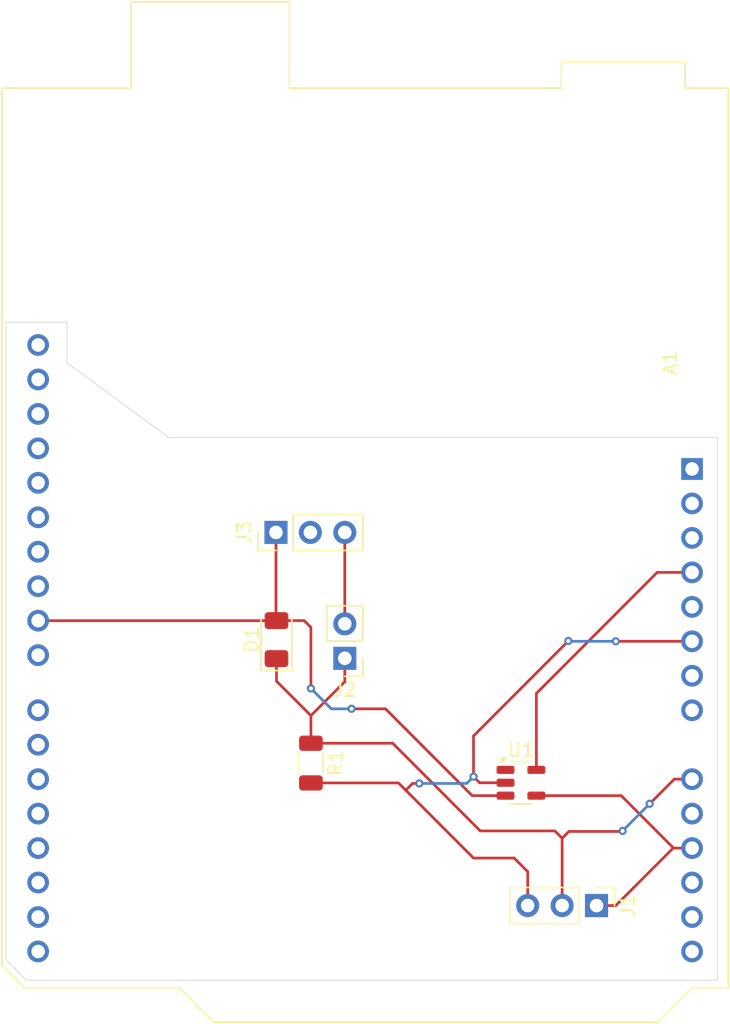
<source format=kicad_pcb>
(kicad_pcb (version 20240108) (generator "pcbnew") (generator_version "8.0")
  (layers (0 "F.Cu" signal) (31 "B.Cu" signal) (34 "B.Paste" user) (35 "F.Paste" user) (36 "B.SilkS" user "B.Silkscreen") (37 "F.SilkS" user "F.Silkscreen") (38 "B.Mask" user) (39 "F.Mask" user) (44 "Edge.Cuts" user))
  (net 0 "")
  (net 13 "INPUT")
  (net 14 "GND")
  (net 20 "ADC")
  (net 22 "Net-(A1-3V3)")
  (net 31 "DAC_OUT")
  (net 32 "LED2_IN")
  (footprint "Diode_SMD:D_1206_3216Metric" (layer "F.Cu") (at 130.96 102.9 90)
    (property "Reference" "D1" (at 0 -1.82 90) (layer "F.SilkS"))
    (property "Value" "D")
    (fp_line (start 1.6 -1.135) (end -2.285 -1.135) (stroke (width 0.12)) (layer "F.SilkS"))
    (fp_line (start -2.285 -1.135) (end -2.285 1.135) (stroke (width 0.12)) (layer "F.SilkS"))
    (fp_line (start -2.285 1.135) (end 1.6 1.135) (stroke (width 0.12)) (layer "F.SilkS"))
    (pad "1" smd roundrect (at -1.4 0 90) (size 1.25 1.75) (layers "F.Cu" "F.Paste" "F.Mask") (roundrect_rratio 0.2) (net 20 "ADC"))
    (pad "2" smd roundrect (at 1.4 0 90) (size 1.25 1.75) (layers "F.Cu" "F.Paste" "F.Mask") (roundrect_rratio 0.2) (net 13 "INPUT"))
  )
  (footprint "Connector_PinHeader_2.54mm:PinHeader_1x03_P2.54mm_Vertical" (layer "F.Cu") (at 130.92 95 90)
    (property "Reference" "J3" (at 0 -2.33 90) (layer "F.SilkS"))
    (property "Value" "Conn_01x03_Pin" (hide yes))
    (fp_line (start -1.33 -1.33) (end 0 -1.33) (stroke (width 0.12)) (layer "F.SilkS"))
    (fp_line (start -1.33 0) (end -1.33 -1.33) (stroke (width 0.12)) (layer "F.SilkS"))
    (fp_line (start 1.33 1.27) (end 1.33 6.41) (stroke (width 0.12)) (layer "F.SilkS"))
    (fp_line (start -1.33 1.27) (end 1.33 1.27) (stroke (width 0.12)) (layer "F.SilkS"))
    (fp_line (start -1.33 1.27) (end -1.33 6.41) (stroke (width 0.12)) (layer "F.SilkS"))
    (fp_line (start -1.33 6.41) (end 1.33 6.41) (stroke (width 0.12)) (layer "F.SilkS"))
    (pad "1" thru_hole rect (at 0 0 90) (size 1.7 1.7) (drill 1) (layers "*.Cu" "*.Mask") (net 13 "INPUT"))
    (pad "2" thru_hole oval (at 0 2.54 90) (size 1.7 1.7) (drill 1) (layers "*.Cu" "*.Mask") (net 13 "INPUT"))
    (pad "3" thru_hole oval (at 0 5.08 90) (size 1.7 1.7) (drill 1) (layers "*.Cu" "*.Mask") (net 32 "LED2_IN"))
  )
  (footprint "Connector_PinHeader_2.54mm:PinHeader_1x02_P2.54mm_Vertical" (layer "F.Cu") (at 136 104.275 180)
    (property "Reference" "J2" (at 0 -2.33 0) (layer "F.SilkS"))
    (property "Value" "Conn_01x02_Pin" (hide yes))
    (fp_line (start 1.33 1.27) (end 1.33 3.87) (stroke (width 0.12)) (layer "F.SilkS"))
    (fp_line (start -1.33 3.87) (end 1.33 3.87) (stroke (width 0.12)) (layer "F.SilkS"))
    (fp_line (start -1.33 1.27) (end 1.33 1.27) (stroke (width 0.12)) (layer "F.SilkS"))
    (fp_line (start -1.33 1.27) (end -1.33 3.87) (stroke (width 0.12)) (layer "F.SilkS"))
    (fp_line (start -1.33 0) (end -1.33 -1.33) (stroke (width 0.12)) (layer "F.SilkS"))
    (fp_line (start -1.33 -1.33) (end 0 -1.33) (stroke (width 0.12)) (layer "F.SilkS"))
    (pad "1" thru_hole rect (at 0 0 180) (size 1.7 1.7) (drill 1) (layers "*.Cu" "*.Mask") (net 20 "ADC"))
    (pad "2" thru_hole oval (at 0 2.54 180) (size 1.7 1.7) (drill 1) (layers "*.Cu" "*.Mask") (net 32 "LED2_IN"))
  )
  (footprint "Connector_PinHeader_2.54mm:PinHeader_1x03_P2.54mm_Vertical" (layer "F.Cu") (at 154.58 122.5 -90)
    (property "Reference" "J1" (at 0 -2.33 90) (layer "F.SilkS"))
    (property "Value" "Conn_01x03_Pin" (hide yes))
    (fp_line (start -1.33 6.41) (end 1.33 6.41) (stroke (width 0.12)) (layer "F.SilkS"))
    (fp_line (start -1.33 1.27) (end -1.33 6.41) (stroke (width 0.12)) (layer "F.SilkS"))
    (fp_line (start -1.33 1.27) (end 1.33 1.27) (stroke (width 0.12)) (layer "F.SilkS"))
    (fp_line (start 1.33 1.27) (end 1.33 6.41) (stroke (width 0.12)) (layer "F.SilkS"))
    (fp_line (start -1.33 0) (end -1.33 -1.33) (stroke (width 0.12)) (layer "F.SilkS"))
    (fp_line (start -1.33 -1.33) (end 0 -1.33) (stroke (width 0.12)) (layer "F.SilkS"))
    (pad "1" thru_hole rect (at 0 0 270) (size 1.7 1.7) (drill 1) (layers "*.Cu" "*.Mask") (net 31 "DAC_OUT"))
    (pad "2" thru_hole oval (at 0 2.54 270) (size 1.7 1.7) (drill 1) (layers "*.Cu" "*.Mask") (net 20 "ADC"))
    (pad "3" thru_hole oval (at 0 5.08 270) (size 1.7 1.7) (drill 1) (layers "*.Cu" "*.Mask") (net 14 "GND"))
  )
  (footprint "Resistor_SMD:R_1206_3216Metric" (layer "F.Cu") (at 133.5 112 -90)
    (property "Reference" "R1" (at 0 -1.82 90) (layer "F.SilkS"))
    (property "Value" "330")
    (fp_line (start -0.727064 0.91) (end 0.727064 0.91) (stroke (width 0.12)) (layer "F.SilkS"))
    (fp_line (start -0.727064 -0.91) (end 0.727064 -0.91) (stroke (width 0.12)) (layer "F.SilkS"))
    (pad "1" smd roundrect (at -1.4625 0 270) (size 1.125 1.75) (layers "F.Cu" "F.Paste" "F.Mask") (roundrect_rratio 0.222222) (net 20 "ADC"))
    (pad "2" smd roundrect (at 1.4625 0 270) (size 1.125 1.75) (layers "F.Cu" "F.Paste" "F.Mask") (roundrect_rratio 0.222222) (net 14 "GND"))
  )
  (footprint "Package_TO_SOT_SMD:SOT-23-5" (layer "F.Cu") (at 149 113.45)
    (property "Reference" "U1" (at 0 -2.4 0) (layer "F.SilkS"))
    (property "Value" "LMH6609MF")
    (fp_line (start 0 -1.56) (end -0.8 -1.56) (stroke (width 0.12)) (layer "F.SilkS"))
    (fp_line (start 0 -1.56) (end 0.8 -1.56) (stroke (width 0.12)) (layer "F.SilkS"))
    (fp_line (start 0 1.56) (end -0.8 1.56) (stroke (width 0.12)) (layer "F.SilkS"))
    (fp_line (start 0 1.56) (end 0.8 1.56) (stroke (width 0.12)) (layer "F.SilkS"))
    (fp_poly (pts (xy -1.3 -1.51) (xy -1.54 -1.84) (xy -1.06 -1.84) (xy -1.3 -1.51)) (stroke (width 0.12)) (fill solid) (layer "F.SilkS"))
    (pad "1" smd roundrect (at -1.1375 -0.95) (size 1.325 0.6) (layers "F.Cu" "F.Paste" "F.Mask") (net 31 "DAC_OUT"))
    (pad "2" smd roundrect (at -1.1375 0) (size 1.325 0.6) (layers "F.Cu" "F.Paste" "F.Mask") (net 14 "GND"))
    (pad "3" smd roundrect (at -1.1375 0.95) (size 1.325 0.6) (layers "F.Cu" "F.Paste" "F.Mask") (net 13 "INPUT"))
    (pad "4" smd roundrect (at 1.1375 0.95) (size 1.325 0.6) (layers "F.Cu" "F.Paste" "F.Mask") (net 31 "DAC_OUT"))
    (pad "5" smd roundrect (at 1.1375 -0.95) (size 1.325 0.6) (layers "F.Cu" "F.Paste" "F.Mask") (net 22 "Net-(A1-3V3)"))
  )
  (footprint "Module:Arduino_UNO_R3" (layer "F.Cu") (at 161.63 90.325 -90)
    (property "Reference" "A1" (at -7.825 1.63 90) (layer "F.SilkS"))
    (property "Value" "Arduino_Leonardo")
    (fp_line (start -28.07 50.93) (end 36.58 50.93) (stroke (width 0.12)) (layer "F.SilkS"))
    (fp_line (start 36.58 50.93) (end 38.23 49.28) (stroke (width 0.12)) (layer "F.SilkS"))
    (fp_line (start 38.23 49.28) (end 38.23 37.85) (stroke (width 0.12)) (layer "F.SilkS"))
    (fp_line (start -34.42 41.4) (end -28.07 41.4) (stroke (width 0.12)) (layer "F.SilkS"))
    (fp_line (start -28.07 41.4) (end -28.07 50.93) (stroke (width 0.12)) (layer "F.SilkS"))
    (fp_line (start 38.23 37.85) (end 40.77 35.31) (stroke (width 0.12)) (layer "F.SilkS"))
    (fp_line (start 40.77 35.31) (end 40.77 2.54) (stroke (width 0.12)) (layer "F.SilkS"))
    (fp_line (start -34.42 29.72) (end -34.42 41.4) (stroke (width 0.12)) (layer "F.SilkS"))
    (fp_line (start -28.07 29.72) (end -34.42 29.72) (stroke (width 0.12)) (layer "F.SilkS"))
    (fp_line (start -29.97 9.65) (end -28.07 9.65) (stroke (width 0.12)) (layer "F.SilkS"))
    (fp_line (start -28.07 9.65) (end -28.07 29.72) (stroke (width 0.12)) (layer "F.SilkS"))
    (fp_line (start 40.77 2.54) (end 38.23 0) (stroke (width 0.12)) (layer "F.SilkS"))
    (fp_line (start -29.97 0.51) (end -29.97 9.65) (stroke (width 0.12)) (layer "F.SilkS"))
    (fp_line (start -28.07 0.51) (end -29.97 0.51) (stroke (width 0.12)) (layer "F.SilkS"))
    (fp_line (start 38.23 0) (end 38.23 -2.67) (stroke (width 0.12)) (layer "F.SilkS"))
    (fp_line (start -28.07 -2.67) (end -28.07 0.51) (stroke (width 0.12)) (layer "F.SilkS"))
    (fp_line (start 38.23 -2.67) (end -28.07 -2.67) (stroke (width 0.12)) (layer "F.SilkS"))
    (pad "1" thru_hole rect (at 0 0) (size 1.6 1.6) (drill 1) (layers "*.Cu" "*.Mask"))
    (pad "2" thru_hole oval (at 2.54 0) (size 1.6 1.6) (drill 1) (layers "*.Cu" "*.Mask"))
    (pad "3" thru_hole oval (at 5.08 0) (size 1.6 1.6) (drill 1) (layers "*.Cu" "*.Mask"))
    (pad "4" thru_hole oval (at 7.62 0) (size 1.6 1.6) (drill 1) (layers "*.Cu" "*.Mask") (net 22 "Net-(A1-3V3)"))
    (pad "5" thru_hole oval (at 10.16 0) (size 1.6 1.6) (drill 1) (layers "*.Cu" "*.Mask"))
    (pad "6" thru_hole oval (at 12.7 0) (size 1.6 1.6) (drill 1) (layers "*.Cu" "*.Mask") (net 14 "GND"))
    (pad "7" thru_hole oval (at 15.24 0) (size 1.6 1.6) (drill 1) (layers "*.Cu" "*.Mask"))
    (pad "8" thru_hole oval (at 17.78 0) (size 1.6 1.6) (drill 1) (layers "*.Cu" "*.Mask"))
    (pad "9" thru_hole oval (at 22.86 0) (size 1.6 1.6) (drill 1) (layers "*.Cu" "*.Mask") (net 20 "ADC"))
    (pad "10" thru_hole oval (at 25.4 0) (size 1.6 1.6) (drill 1) (layers "*.Cu" "*.Mask"))
    (pad "11" thru_hole oval (at 27.94 0) (size 1.6 1.6) (drill 1) (layers "*.Cu" "*.Mask") (net 31 "DAC_OUT"))
    (pad "12" thru_hole oval (at 30.48 0) (size 1.6 1.6) (drill 1) (layers "*.Cu" "*.Mask"))
    (pad "13" thru_hole oval (at 33.02 0) (size 1.6 1.6) (drill 1) (layers "*.Cu" "*.Mask"))
    (pad "14" thru_hole oval (at 35.56 0) (size 1.6 1.6) (drill 1) (layers "*.Cu" "*.Mask"))
    (pad "15" thru_hole oval (at 35.56 48.26) (size 1.6 1.6) (drill 1) (layers "*.Cu" "*.Mask"))
    (pad "16" thru_hole oval (at 33.02 48.26) (size 1.6 1.6) (drill 1) (layers "*.Cu" "*.Mask"))
    (pad "17" thru_hole oval (at 30.48 48.26) (size 1.6 1.6) (drill 1) (layers "*.Cu" "*.Mask"))
    (pad "18" thru_hole oval (at 27.94 48.26) (size 1.6 1.6) (drill 1) (layers "*.Cu" "*.Mask"))
    (pad "19" thru_hole oval (at 25.4 48.26) (size 1.6 1.6) (drill 1) (layers "*.Cu" "*.Mask"))
    (pad "20" thru_hole oval (at 22.86 48.26) (size 1.6 1.6) (drill 1) (layers "*.Cu" "*.Mask"))
    (pad "21" thru_hole oval (at 20.32 48.26) (size 1.6 1.6) (drill 1) (layers "*.Cu" "*.Mask"))
    (pad "22" thru_hole oval (at 17.78 48.26) (size 1.6 1.6) (drill 1) (layers "*.Cu" "*.Mask"))
    (pad "23" thru_hole oval (at 13.72 48.26) (size 1.6 1.6) (drill 1) (layers "*.Cu" "*.Mask"))
    (pad "24" thru_hole oval (at 11.18 48.26) (size 1.6 1.6) (drill 1) (layers "*.Cu" "*.Mask") (net 13 "INPUT"))
    (pad "25" thru_hole oval (at 8.64 48.26) (size 1.6 1.6) (drill 1) (layers "*.Cu" "*.Mask"))
    (pad "26" thru_hole oval (at 6.1 48.26) (size 1.6 1.6) (drill 1) (layers "*.Cu" "*.Mask"))
    (pad "27" thru_hole oval (at 3.56 48.26) (size 1.6 1.6) (drill 1) (layers "*.Cu" "*.Mask"))
    (pad "28" thru_hole oval (at 1.02 48.26) (size 1.6 1.6) (drill 1) (layers "*.Cu" "*.Mask"))
    (pad "29" thru_hole oval (at -1.52 48.26) (size 1.6 1.6) (drill 1) (layers "*.Cu" "*.Mask"))
    (pad "30" thru_hole oval (at -4.06 48.26) (size 1.6 1.6) (drill 1) (layers "*.Cu" "*.Mask"))
    (pad "31" thru_hole oval (at -6.6 48.26) (size 1.6 1.6) (drill 1) (layers "*.Cu" "*.Mask"))
    (pad "32" thru_hole oval (at -9.14 48.26) (size 1.6 1.6) (drill 1) (layers "*.Cu" "*.Mask"))
  )
  (gr_poly (pts (xy 111 126.5) (xy 112.5 128) (xy 163.5 128) (xy 163.5 88) (xy 123 88) (xy 115.5 82.5) (xy 115.5 79.5) (xy 111 79.5)) (stroke (width 0.05)) (fill none) (layer "Edge.Cuts"))
  (segment (start 139 108) (end 136.5 108) (width 0.2) (layer "F.Cu") (net 13))
  (segment (start 130.92 95) (end 130.92 101.46) (width 0.2) (layer "F.Cu") (net 13))
  (segment (start 140 109) (end 139 108) (width 0.2) (layer "F.Cu") (net 13))
  (segment (start 130.96 101.5) (end 133 101.5) (width 0.2) (layer "F.Cu") (net 13))
  (segment (start 113.37 101.505) (end 130.955 101.505) (width 0.2) (layer "F.Cu") (net 13))
  (segment (start 145.4 114.4) (end 140 109) (width 0.2) (layer "F.Cu") (net 13))
  (segment (start 133 101.5) (end 133.5 102) (width 0.2) (layer "F.Cu") (net 13))
  (segment (start 130.92 101.46) (end 130.96 101.5) (width 0.2) (layer "F.Cu") (net 13))
  (segment (start 147.8625 114.4) (end 145.4 114.4) (width 0.2) (layer "F.Cu") (net 13))
  (segment (start 133.5 102) (end 133.5 106.5) (width 0.2) (layer "F.Cu") (net 13))
  (segment (start 130.955 101.505) (end 130.96 101.5) (width 0.2) (layer "F.Cu") (net 13))
  (via (at 133.5 106.5) (size 0.6) (drill 0.3) (layers "F.Cu" "B.Cu") (net 13))
  (via (at 136.5 108) (size 0.6) (drill 0.3) (layers "F.Cu" "B.Cu") (net 13))
  (segment (start 135 108) (end 133.5 106.5) (width 0.2) (layer "B.Cu") (net 13))
  (segment (start 136.5 108) (end 135 108) (width 0.2) (layer "B.Cu") (net 13))
  (segment (start 145.5 113) (end 145.5 110) (width 0.2) (layer "F.Cu") (net 14))
  (segment (start 141 113.5) (end 141.5 113.5) (width 0.2) (layer "F.Cu") (net 14))
  (segment (start 145.5 119) (end 148.5 119) (width 0.2) (layer "F.Cu") (net 14))
  (segment (start 147.85 113.4625) (end 147.8625 113.45) (width 0.2) (layer "F.Cu") (net 14))
  (segment (start 140.5 114) (end 141 113.5) (width 0.2) (layer "F.Cu") (net 14))
  (segment (start 140.5 114) (end 139.9625 113.4625) (width 0.2) (layer "F.Cu") (net 14))
  (segment (start 145.95 113.45) (end 147.8625 113.45) (width 0.2) (layer "F.Cu") (net 14))
  (segment (start 148.5 119) (end 149.5 120) (width 0.2) (layer "F.Cu") (net 14))
  (segment (start 145.5 113) (end 145.95 113.45) (width 0.2) (layer "F.Cu") (net 14))
  (segment (start 145.5 110) (end 152.5 103) (width 0.2) (layer "F.Cu") (net 14))
  (segment (start 149.5 120) (end 149.5 122.5) (width 0.2) (layer "F.Cu") (net 14))
  (segment (start 140.5 114) (end 145.5 119) (width 0.2) (layer "F.Cu") (net 14))
  (segment (start 139.9625 113.4625) (end 133.5 113.4625) (width 0.2) (layer "F.Cu") (net 14))
  (segment (start 161.63 103.025) (end 156 103.025) (width 0.2) (layer "F.Cu") (net 14))
  (via (at 145.5 113) (size 0.6) (drill 0.3) (layers "F.Cu" "B.Cu") (net 14))
  (via (at 152.5 103) (size 0.6) (drill 0.3) (layers "F.Cu" "B.Cu") (net 14))
  (via (at 156 103.025) (size 0.6) (drill 0.3) (layers "F.Cu" "B.Cu") (net 14))
  (via (at 141.5 113.5) (size 0.6) (drill 0.3) (layers "F.Cu" "B.Cu") (net 14))
  (segment (start 152.525 103.025) (end 152.5 103) (width 0.2) (layer "B.Cu") (net 14))
  (segment (start 145 113.5) (end 145.5 113) (width 0.2) (layer "B.Cu") (net 14))
  (segment (start 156 103.025) (end 152.525 103.025) (width 0.2) (layer "B.Cu") (net 14))
  (segment (start 141.5 113.5) (end 145 113.5) (width 0.2) (layer "B.Cu") (net 14))
  (segment (start 152.54 117.04) (end 156.46 117.04) (width 0.2) (layer "F.Cu") (net 20))
  (segment (start 133.5 110.5375) (end 139.5375 110.5375) (width 0.2) (layer "F.Cu") (net 20))
  (segment (start 156.46 117.04) (end 156.5 117) (width 0.2) (layer "F.Cu") (net 20))
  (segment (start 160.315 113.185) (end 161.63 113.185) (width 0.2) (layer "F.Cu") (net 20))
  (segment (start 133.5 108.5) (end 133.5 110.4975) (width 0.2) (layer "F.Cu") (net 20))
  (segment (start 152.04 117.54) (end 152.54 117.04) (width 0.2) (layer "F.Cu") (net 20))
  (segment (start 146 117) (end 151.5 117) (width 0.2) (layer "F.Cu") (net 20))
  (segment (start 139.5375 110.5375) (end 146 117) (width 0.2) (layer "F.Cu") (net 20))
  (segment (start 151.5 117) (end 152.04 117.54) (width 0.2) (layer "F.Cu") (net 20))
  (segment (start 133.5 108.5) (end 136 106) (width 0.2) (layer "F.Cu") (net 20))
  (segment (start 158.5 115) (end 160.315 113.185) (width 0.2) (layer "F.Cu") (net 20))
  (segment (start 130.96 105.96) (end 133.5 108.5) (width 0.2) (layer "F.Cu") (net 20))
  (segment (start 136 106) (end 136 104.275) (width 0.2) (layer "F.Cu") (net 20))
  (segment (start 152.04 117.54) (end 152.04 122.5) (width 0.2) (layer "F.Cu") (net 20))
  (segment (start 130.96 104.3) (end 130.96 105.96) (width 0.2) (layer "F.Cu") (net 20))
  (segment (start 133.5 110.4975) (end 133.46 110.5375) (width 0.2) (layer "F.Cu") (net 20))
  (via (at 156.5 117) (size 0.6) (drill 0.3) (layers "F.Cu" "B.Cu") (net 20))
  (via (at 158.5 115) (size 0.6) (drill 0.3) (layers "F.Cu" "B.Cu") (net 20))
  (segment (start 156.5 117) (end 158.5 115) (width 0.2) (layer "B.Cu") (net 20))
  (segment (start 150.1375 110.1375) (end 150.1375 106.8625) (width 0.2) (layer "F.Cu") (net 22))
  (segment (start 150.1375 106.8625) (end 159.055 97.945) (width 0.2) (layer "F.Cu") (net 22))
  (segment (start 150.1375 112.5) (end 150.1375 110.1375) (width 0.2) (layer "F.Cu") (net 22))
  (segment (start 159.055 97.945) (end 161.63 97.945) (width 0.2) (layer "F.Cu") (net 22))
  (segment (start 160.235 118.265) (end 156 122.5) (width 0.2) (layer "F.Cu") (net 31))
  (segment (start 160.265 118.265) (end 160.235 118.265) (width 0.2) (layer "F.Cu") (net 31))
  (segment (start 161.63 118.265) (end 160.265 118.265) (width 0.2) (layer "F.Cu") (net 31))
  (segment (start 160.265 118.265) (end 156.4 114.4) (width 0.2) (layer "F.Cu") (net 31))
  (segment (start 156.4 114.4) (end 150.1375 114.4) (width 0.2) (layer "F.Cu") (net 31))
  (segment (start 156 122.5) (end 154.58 122.5) (width 0.2) (layer "F.Cu") (net 31))
  (segment (start 136 95) (end 136 101.735) (width 0.2) (layer "F.Cu") (net 32))
)
</source>
